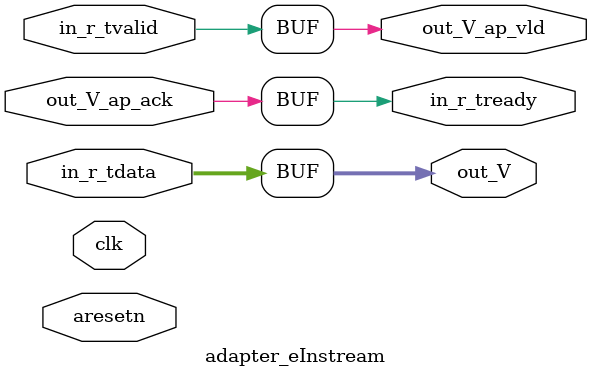
<source format=v>
`timescale 1ns / 1ps

module adapter_eInstream #(
    parameter USE_BUFFER = 0
)
(
    input clk,
    input aresetn,
    output [7:0] out_V,
    output out_V_ap_vld,
    input out_V_ap_ack,
    input in_r_tvalid,
    output in_r_tready,
    input [7:0] in_r_tdata
);

    if (USE_BUFFER) begin

    localparam IDLE = 0;
    localparam WAIT_ACK = 1;
    
    reg [0:0] state;
    reg [7:0] buf_data;
    
    assign in_r_tready = state == IDLE;
    
    assign out_V_ap_vld = state == WAIT_ACK;
    assign out_V = buf_data;
    
    always @(posedge clk) begin
    
        case (state)
        
            IDLE: begin
                buf_data <= in_r_tdata;
                if (in_r_tvalid) begin
                    state <= WAIT_ACK;
                end
            end
            
            WAIT_ACK: begin
                if (out_V_ap_ack) begin
                    state <= IDLE;
                end
            end
        
        endcase
        
        if (!aresetn) begin
            state <= IDLE;
        end
    
    end
    
    end else begin
    
    assign out_V_ap_vld = in_r_tvalid;
    assign out_V = in_r_tdata;
    
    assign in_r_tready = out_V_ap_ack;
    
    end
    
endmodule

</source>
